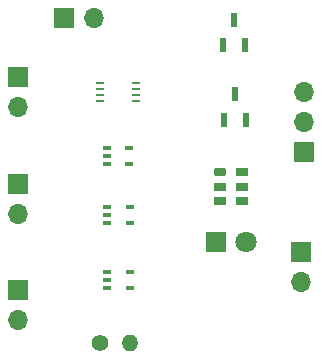
<source format=gbr>
%TF.GenerationSoftware,KiCad,Pcbnew,8.0.2-8.0.2-0~ubuntu22.04.1*%
%TF.CreationDate,2024-05-29T00:58:33-04:00*%
%TF.ProjectId,candel24h_v1,63616e64-656c-4323-9468-5f76312e6b69,rev?*%
%TF.SameCoordinates,Original*%
%TF.FileFunction,Soldermask,Top*%
%TF.FilePolarity,Negative*%
%FSLAX46Y46*%
G04 Gerber Fmt 4.6, Leading zero omitted, Abs format (unit mm)*
G04 Created by KiCad (PCBNEW 8.0.2-8.0.2-0~ubuntu22.04.1) date 2024-05-29 00:58:33*
%MOMM*%
%LPD*%
G01*
G04 APERTURE LIST*
G04 Aperture macros list*
%AMRoundRect*
0 Rectangle with rounded corners*
0 $1 Rounding radius*
0 $2 $3 $4 $5 $6 $7 $8 $9 X,Y pos of 4 corners*
0 Add a 4 corners polygon primitive as box body*
4,1,4,$2,$3,$4,$5,$6,$7,$8,$9,$2,$3,0*
0 Add four circle primitives for the rounded corners*
1,1,$1+$1,$2,$3*
1,1,$1+$1,$4,$5*
1,1,$1+$1,$6,$7*
1,1,$1+$1,$8,$9*
0 Add four rect primitives between the rounded corners*
20,1,$1+$1,$2,$3,$4,$5,0*
20,1,$1+$1,$4,$5,$6,$7,0*
20,1,$1+$1,$6,$7,$8,$9,0*
20,1,$1+$1,$8,$9,$2,$3,0*%
G04 Aperture macros list end*
%ADD10R,1.700000X1.700000*%
%ADD11O,1.700000X1.700000*%
%ADD12RoundRect,0.114829X-0.410171X-0.235171X0.410171X-0.235171X0.410171X0.235171X-0.410171X0.235171X0*%
%ADD13R,1.050000X0.700000*%
%ADD14R,0.755599X0.199200*%
%ADD15RoundRect,0.100000X-0.225000X-0.100000X0.225000X-0.100000X0.225000X0.100000X-0.225000X0.100000X0*%
%ADD16R,0.558800X1.219200*%
%ADD17C,1.400000*%
%ADD18O,1.400000X1.400000*%
%ADD19R,1.800000X1.800000*%
%ADD20C,1.800000*%
G04 APERTURE END LIST*
D10*
%TO.C,LEDsw*%
X149525000Y-74750000D03*
D11*
X149525000Y-77290000D03*
%TD*%
D10*
%TO.C,5ms*%
X125500000Y-78000000D03*
D11*
X125500000Y-80540000D03*
%TD*%
D10*
%TO.C,22s*%
X125500000Y-69000000D03*
D11*
X125500000Y-71540000D03*
%TD*%
D10*
%TO.C,24h*%
X125500000Y-60000000D03*
D11*
X125500000Y-62540000D03*
%TD*%
D10*
%TO.C,BAT*%
X129460000Y-55000000D03*
D11*
X132000000Y-55000000D03*
%TD*%
D10*
%TO.C,SPDT*%
X149750000Y-66330000D03*
D11*
X149750000Y-63790000D03*
X149750000Y-61250000D03*
%TD*%
D12*
%TO.C,CLK*%
X142600000Y-68000000D03*
D13*
X142600000Y-69250000D03*
X142600000Y-70500000D03*
X144500000Y-70500000D03*
X144500000Y-69250000D03*
X144500000Y-68000000D03*
%TD*%
D14*
%TO.C,flipflop*%
X132444400Y-60499998D03*
X132444400Y-60999999D03*
X132444400Y-61499999D03*
X132444400Y-62000000D03*
X135500000Y-62000000D03*
X135500000Y-61499999D03*
X135500000Y-60999999D03*
X135500000Y-60499998D03*
%TD*%
D15*
%TO.C,div1*%
X133100000Y-76500000D03*
X133100000Y-77150000D03*
X133100000Y-77800000D03*
X135000000Y-77800000D03*
X135000000Y-76500000D03*
%TD*%
%TO.C,div3*%
X133050000Y-66000000D03*
X133050000Y-66650000D03*
X133050000Y-67300000D03*
X134950000Y-67300000D03*
X134950000Y-66000000D03*
%TD*%
%TO.C,div2*%
X133100000Y-71000000D03*
X133100000Y-71650000D03*
X133100000Y-72300000D03*
X135000000Y-72300000D03*
X135000000Y-71000000D03*
%TD*%
D16*
%TO.C,TR2*%
X142931101Y-63566800D03*
X144836101Y-63566800D03*
X143883601Y-61433200D03*
%TD*%
%TO.C,TR1*%
X142845000Y-57250000D03*
X144750000Y-57250000D03*
X143797500Y-55116400D03*
%TD*%
D17*
%TO.C,R1*%
X132460000Y-82500000D03*
D18*
X135000000Y-82500000D03*
%TD*%
D19*
%TO.C,LED*%
X142250000Y-73900000D03*
D20*
X144790000Y-73900000D03*
%TD*%
M02*

</source>
